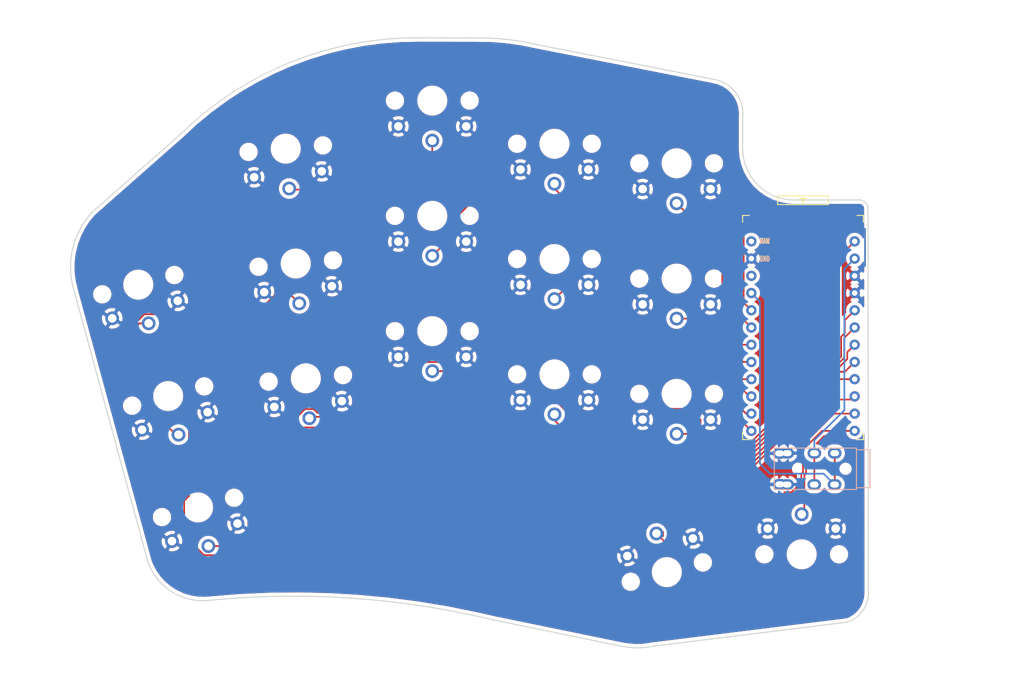
<source format=kicad_pcb>
(kicad_pcb (version 20171130) (host pcbnew "(5.1.10-1-10_14)")
  (title_block (title hypergolic) (date 2020-12-26) (rev 0.1) (company broomlabs))
  (layers (0 F.Cu signal) (31 B.Cu signal) (34 B.Paste user) (35 F.Paste user) (36 B.SilkS user) (37 F.SilkS user) (38 B.Mask user) (39 F.Mask user) (44 Edge.Cuts user))
  (net 0 "")
  (net 1 reset)
  (net 2 gnd)
  (net 3 vcc)
  (net 4 Switch18)
  (net 5 Switch1)
  (net 6 Switch2)
  (net 7 Switch3)
  (net 8 Switch4)
  (net 9 Switch5)
  (net 10 Switch6)
  (net 11 Switch7)
  (net 12 Switch8)
  (net 13 Switch9)
  (net 14 Switch10)
  (net 15 Switch11)
  (net 16 Switch12)
  (net 17 Switch13)
  (net 18 Switch14)
  (net 19 Switch15)
  (net 20 Switch16)
  (net 21 Switch17)
  (net 22 raw)
  (module kbd:ProMicro_v3_min_dual (layer F.Cu) (at 202.438 85.598)
    (fp_text reference U1 hide)
    (fp_text value ProMicro-kbd hide)
    (fp_text user "" (at -1.2065 -16.256) (layer B.SilkS) (effects (justify mirror)))
    (fp_text user "" (at -0.5 -17.25) (layer F.SilkS))
    (fp_text user RAW (at -5.638 -14.52 unlocked) (layer B.SilkS) (effects (font (size 0.75 0.5) (thickness 0.125)) (justify mirror)))
    (fp_text user RAW (at -5.638 -14.52) (layer F.SilkS) (effects (font (size 0.75 0.5) (thickness 0.125))))
    (fp_text user GND (at -5.638 -11.91) (layer F.SilkS) (effects (font (size 0.75 0.5) (thickness 0.125))))
    (fp_text user GND (at -5.638 -11.88) (layer B.SilkS) (effects (font (size 0.75 0.5) (thickness 0.125)) (justify mirror)))
    (pad 24 thru_hole circle (at -7.6086 -14.478) (size 1.524 1.524) (drill 0.8128) (layers *.Cu *.Mask) (net 22 raw))
    (pad 23 thru_hole circle (at -7.6086 -11.938) (size 1.524 1.524) (drill 0.8128) (layers *.Cu *.Mask) (net 2 gnd))
    (pad 22 thru_hole circle (at -7.6086 -9.398) (size 1.524 1.524) (drill 0.8128) (layers *.Cu *.Mask) (net 1 reset))
    (pad 21 thru_hole circle (at -7.6086 -6.858) (size 1.524 1.524) (drill 0.8128) (layers *.Cu *.Mask) (net 3 vcc))
    (pad 20 thru_hole circle (at -7.6086 -4.318) (size 1.524 1.524) (drill 0.8128) (layers *.Cu *.Mask) (net 9 Switch5))
    (pad 19 thru_hole circle (at -7.6086 -1.778) (size 1.524 1.524) (drill 0.8128) (layers *.Cu *.Mask) (net 8 Switch4))
    (pad 18 thru_hole circle (at -7.6086 0.762) (size 1.524 1.524) (drill 0.8128) (layers *.Cu *.Mask) (net 7 Switch3))
    (pad 17 thru_hole circle (at -7.6086 3.302) (size 1.524 1.524) (drill 0.8128) (layers *.Cu *.Mask) (net 6 Switch2))
    (pad 16 thru_hole circle (at -7.6086 5.842) (size 1.524 1.524) (drill 0.8128) (layers *.Cu *.Mask) (net 10 Switch6))
    (pad 15 thru_hole circle (at -7.6086 8.382) (size 1.524 1.524) (drill 0.8128) (layers *.Cu *.Mask) (net 11 Switch7))
    (pad 14 thru_hole circle (at -7.6086 10.922) (size 1.524 1.524) (drill 0.8128) (layers *.Cu *.Mask) (net 12 Switch8))
    (pad 13 thru_hole circle (at -7.6086 13.462) (size 1.524 1.524) (drill 0.8128) (layers *.Cu *.Mask) (net 13 Switch9))
    (pad 12 thru_hole circle (at 7.6114 13.462) (size 1.524 1.524) (drill 0.8128) (layers *.Cu *.Mask) (net 21 Switch17))
    (pad 11 thru_hole circle (at 7.6114 10.922) (size 1.524 1.524) (drill 0.8128) (layers *.Cu *.Mask) (net 20 Switch16))
    (pad 10 thru_hole circle (at 7.6114 8.382) (size 1.524 1.524) (drill 0.8128) (layers *.Cu *.Mask) (net 5 Switch1))
    (pad 9 thru_hole circle (at 7.6114 5.842) (size 1.524 1.524) (drill 0.8128) (layers *.Cu *.Mask) (net 19 Switch15))
    (pad 8 thru_hole circle (at 7.6114 3.302) (size 1.524 1.524) (drill 0.8128) (layers *.Cu *.Mask) (net 18 Switch14))
    (pad 7 thru_hole circle (at 7.6114 0.762) (size 1.524 1.524) (drill 0.8128) (layers *.Cu *.Mask) (net 17 Switch13))
    (pad 6 thru_hole circle (at 7.6114 -1.778) (size 1.524 1.524) (drill 0.8128) (layers *.Cu *.Mask) (net 16 Switch12))
    (pad 5 thru_hole circle (at 7.6114 -4.318) (size 1.524 1.524) (drill 0.8128) (layers *.Cu *.Mask) (net 15 Switch11))
    (pad 4 thru_hole circle (at 7.6114 -6.858) (size 1.524 1.524) (drill 0.8128) (layers *.Cu *.Mask) (net 2 gnd))
    (pad 3 thru_hole circle (at 7.6114 -9.398) (size 1.524 1.524) (drill 0.8128) (layers *.Cu *.Mask) (net 2 gnd))
    (pad 2 thru_hole circle (at 7.6114 -11.938) (size 1.524 1.524) (drill 0.8128) (layers *.Cu *.Mask) (net 4 Switch18))
    (pad 1 thru_hole circle (at 7.6114 -14.478) (size 1.524 1.524) (drill 0.8128) (layers *.Cu *.Mask) (net 14 Switch10))
  )
  (module Kailh:TRRS-PJ-DPB2 (layer B.Cu) (at 210.312 104.648 90)
    (fp_text reference Jack0 hide)
    (fp_text value TRRS hide)
    (pad R1 thru_hole oval (at -2.33 -6.22 270) (size 1.6 2) (drill oval 0.9 1.3) (layers *.Cu *.Mask) (net 4 Switch18))
    (pad R2 thru_hole oval (at -2.33 -3.22 270) (size 1.6 2) (drill oval 0.9 1.3) (layers *.Cu *.Mask) (net 3 vcc))
    (pad T thru_hole oval (at -2.33 -10.22 270) (size 1.6 2) (drill oval 0.9 1.3) (layers *.Cu *.Mask) (net 2 gnd))
    (pad S thru_hole oval (at 2.27 -11.32 270) (size 1.6 2) (drill oval 0.9 1.3) (layers *.Cu *.Mask) (net 2 gnd))
    (pad S thru_hole oval (at -2.3 -11.3 90) (size 1.6 2) (drill oval 0.9 1.3) (layers *.Cu *.Mask) (net 2 gnd))
    (pad T thru_hole oval (at 2.3 -10.2 90) (size 1.6 2) (drill oval 0.9 1.3) (layers *.Cu *.Mask) (net 2 gnd))
    (pad R2 thru_hole oval (at 2.3 -3.2 90) (size 1.6 2) (drill oval 0.9 1.3) (layers *.Cu *.Mask) (net 3 vcc))
    (pad "" np_thru_hole circle (at 0 -8.6 90) (size 0.8 0.8) (drill 0.8) (layers *.Cu *.Mask))
    (pad "" np_thru_hole circle (at 0 -1.6 90) (size 0.8 0.8) (drill 0.8) (layers *.Cu *.Mask))
    (pad R1 thru_hole oval (at 2.3 -6.2 90) (size 1.6 2) (drill oval 0.9 1.3) (layers *.Cu *.Mask) (net 4 Switch18))
  )
  (module Kailh:SW_PG1350_rev_DPB2 (layer F.Cu) (at 113.303734 110.348688 15)
    (fp_text reference SW8 hide)
    (fp_text value SW_Push hide)
    (pad "" np_thru_hole circle (at -5.5 0 15) (size 1.7018 1.7018) (drill 1.7018) (layers *.Cu *.Mask))
    (pad "" np_thru_hole circle (at 5.5 0 15) (size 1.7018 1.7018) (drill 1.7018) (layers *.Cu *.Mask))
    (pad 1 thru_hole circle (at 0 5.9 15) (size 2.032 2.032) (drill 1.27) (layers *.Cu *.Mask) (net 15 Switch11))
    (pad 2 thru_hole circle (at -5 3.8 15) (size 2.032 2.032) (drill 1.27) (layers *.Cu *.Mask) (net 2 gnd))
    (pad "" np_thru_hole circle (at 0 0 15) (size 3.429 3.429) (drill 3.429) (layers *.Cu *.Mask))
    (pad 2 thru_hole circle (at 5 3.8 15) (size 2.032 2.032) (drill 1.27) (layers *.Cu *.Mask) (net 2 gnd))
  )
  (module Kailh:SW_PG1350_rev_DPB2 (layer F.Cu) (at 202.245524 117.262705 180)
    (fp_text reference SW21 hide)
    (fp_text value SW_Push hide)
    (pad 2 thru_hole circle (at 5 3.8 180) (size 2.032 2.032) (drill 1.27) (layers *.Cu *.Mask) (net 2 gnd))
    (pad "" np_thru_hole circle (at 0 0 180) (size 3.429 3.429) (drill 3.429) (layers *.Cu *.Mask))
    (pad 2 thru_hole circle (at -5 3.8 180) (size 2.032 2.032) (drill 1.27) (layers *.Cu *.Mask) (net 2 gnd))
    (pad 1 thru_hole circle (at 0 5.9 180) (size 2.032 2.032) (drill 1.27) (layers *.Cu *.Mask) (net 21 Switch17))
    (pad "" np_thru_hole circle (at 5.5 0 180) (size 1.7018 1.7018) (drill 1.7018) (layers *.Cu *.Mask))
    (pad "" np_thru_hole circle (at -5.5 0 180) (size 1.7018 1.7018) (drill 1.7018) (layers *.Cu *.Mask))
  )
  (module Kailh:SW_PG1350_rev_DPB2 (layer F.Cu) (at 104.503165 77.504519 15)
    (fp_text reference SW14 hide)
    (fp_text value SW_Push hide)
    (pad 2 thru_hole circle (at 5 3.8 15) (size 2.032 2.032) (drill 1.27) (layers *.Cu *.Mask) (net 2 gnd))
    (pad "" np_thru_hole circle (at 0 0 15) (size 3.429 3.429) (drill 3.429) (layers *.Cu *.Mask))
    (pad 2 thru_hole circle (at -5 3.8 15) (size 2.032 2.032) (drill 1.27) (layers *.Cu *.Mask) (net 2 gnd))
    (pad 1 thru_hole circle (at 0 5.9 15) (size 2.032 2.032) (drill 1.27) (layers *.Cu *.Mask) (net 5 Switch1))
    (pad "" np_thru_hole circle (at 5.5 0 15) (size 1.7018 1.7018) (drill 1.7018) (layers *.Cu *.Mask))
    (pad "" np_thru_hole circle (at -5.5 0 15) (size 1.7018 1.7018) (drill 1.7018) (layers *.Cu *.Mask))
  )
  (module Kailh:SW_PG1350_rev_DPB2 (layer F.Cu) (at 108.90337 93.926306 15)
    (fp_text reference SW8 hide)
    (fp_text value SW_Push hide)
    (pad 2 thru_hole circle (at 5 3.8 15) (size 2.032 2.032) (drill 1.27) (layers *.Cu *.Mask) (net 2 gnd))
    (pad "" np_thru_hole circle (at 0 0 15) (size 3.429 3.429) (drill 3.429) (layers *.Cu *.Mask))
    (pad 2 thru_hole circle (at -5 3.8 15) (size 2.032 2.032) (drill 1.27) (layers *.Cu *.Mask) (net 2 gnd))
    (pad 1 thru_hole circle (at 0 5.9 15) (size 2.032 2.032) (drill 1.27) (layers *.Cu *.Mask) (net 10 Switch6))
    (pad "" np_thru_hole circle (at 5.5 0 15) (size 1.7018 1.7018) (drill 1.7018) (layers *.Cu *.Mask))
    (pad "" np_thru_hole circle (at -5.5 0 15) (size 1.7018 1.7018) (drill 1.7018) (layers *.Cu *.Mask))
  )
  (module Kailh:SW_PG1350_rev_DPB2 (layer F.Cu) (at 165.818 90.731)
    (fp_text reference SW17 hide)
    (fp_text value SW_Push hide)
    (pad 2 thru_hole circle (at 5 3.8) (size 2.032 2.032) (drill 1.27) (layers *.Cu *.Mask) (net 2 gnd))
    (pad "" np_thru_hole circle (at 0 0) (size 3.429 3.429) (drill 3.429) (layers *.Cu *.Mask))
    (pad 2 thru_hole circle (at -5 3.8) (size 2.032 2.032) (drill 1.27) (layers *.Cu *.Mask) (net 2 gnd))
    (pad 1 thru_hole circle (at 0 5.9) (size 2.032 2.032) (drill 1.27) (layers *.Cu *.Mask) (net 18 Switch14))
    (pad "" np_thru_hole circle (at 5.5 0) (size 1.7018 1.7018) (drill 1.7018) (layers *.Cu *.Mask))
    (pad "" np_thru_hole circle (at -5.5 0) (size 1.7018 1.7018) (drill 1.7018) (layers *.Cu *.Mask))
  )
  (module Kailh:SW_PG1350_rev_DPB2 (layer F.Cu) (at 183.818 76.606)
    (fp_text reference SW12 hide)
    (fp_text value SW_Push hide)
    (pad 2 thru_hole circle (at 5 3.8) (size 2.032 2.032) (drill 1.27) (layers *.Cu *.Mask) (net 2 gnd))
    (pad "" np_thru_hole circle (at 0 0) (size 3.429 3.429) (drill 3.429) (layers *.Cu *.Mask))
    (pad 2 thru_hole circle (at -5 3.8) (size 2.032 2.032) (drill 1.27) (layers *.Cu *.Mask) (net 2 gnd))
    (pad 1 thru_hole circle (at 0 5.9) (size 2.032 2.032) (drill 1.27) (layers *.Cu *.Mask) (net 14 Switch10))
    (pad "" np_thru_hole circle (at 5.5 0) (size 1.7018 1.7018) (drill 1.7018) (layers *.Cu *.Mask))
    (pad "" np_thru_hole circle (at -5.5 0) (size 1.7018 1.7018) (drill 1.7018) (layers *.Cu *.Mask))
  )
  (module Kailh:SW_PG1350_rev_DPB2 (layer F.Cu) (at 183.818 93.606)
    (fp_text reference SW18 hide)
    (fp_text value SW_Push hide)
    (pad 2 thru_hole circle (at 5 3.8) (size 2.032 2.032) (drill 1.27) (layers *.Cu *.Mask) (net 2 gnd))
    (pad "" np_thru_hole circle (at 0 0) (size 3.429 3.429) (drill 3.429) (layers *.Cu *.Mask))
    (pad 2 thru_hole circle (at -5 3.8) (size 2.032 2.032) (drill 1.27) (layers *.Cu *.Mask) (net 2 gnd))
    (pad 1 thru_hole circle (at 0 5.9) (size 2.032 2.032) (drill 1.27) (layers *.Cu *.Mask) (net 19 Switch15))
    (pad "" np_thru_hole circle (at 5.5 0) (size 1.7018 1.7018) (drill 1.7018) (layers *.Cu *.Mask))
    (pad "" np_thru_hole circle (at -5.5 0) (size 1.7018 1.7018) (drill 1.7018) (layers *.Cu *.Mask))
  )
  (module Kailh:SW_PG1350_rev_DPB2 (layer F.Cu) (at 126.222674 57.450261 5)
    (fp_text reference SW3 hide)
    (fp_text value SW_Push hide)
    (pad 2 thru_hole circle (at 5 3.8 5) (size 2.032 2.032) (drill 1.27) (layers *.Cu *.Mask) (net 2 gnd))
    (pad "" np_thru_hole circle (at 0 0 5) (size 3.429 3.429) (drill 3.429) (layers *.Cu *.Mask))
    (pad 2 thru_hole circle (at -5 3.8 5) (size 2.032 2.032) (drill 1.27) (layers *.Cu *.Mask) (net 2 gnd))
    (pad 1 thru_hole circle (at 0 5.9 5) (size 2.032 2.032) (drill 1.27) (layers *.Cu *.Mask) (net 6 Switch2))
    (pad "" np_thru_hole circle (at 5.5 0 5) (size 1.7018 1.7018) (drill 1.7018) (layers *.Cu *.Mask))
    (pad "" np_thru_hole circle (at -5.5 0 5) (size 1.7018 1.7018) (drill 1.7018) (layers *.Cu *.Mask))
  )
  (module Kailh:SW_PG1350_rev_DPB2 (layer F.Cu) (at 182.372 119.888 195)
    (fp_text reference SW20 hide)
    (fp_text value SW_Push hide)
    (pad 2 thru_hole circle (at 5 3.8 195) (size 2.032 2.032) (drill 1.27) (layers *.Cu *.Mask) (net 2 gnd))
    (pad "" np_thru_hole circle (at 0 0 195) (size 3.429 3.429) (drill 3.429) (layers *.Cu *.Mask))
    (pad 2 thru_hole circle (at -5 3.8 195) (size 2.032 2.032) (drill 1.27) (layers *.Cu *.Mask) (net 2 gnd))
    (pad 1 thru_hole circle (at 0 5.9 195) (size 2.032 2.032) (drill 1.27) (layers *.Cu *.Mask) (net 20 Switch16))
    (pad "" np_thru_hole circle (at 5.5 0 195) (size 1.7018 1.7018) (drill 1.7018) (layers *.Cu *.Mask))
    (pad "" np_thru_hole circle (at -5.5 0 195) (size 1.7018 1.7018) (drill 1.7018) (layers *.Cu *.Mask))
  )
  (module Kailh:SW_PG1350_rev_DPB2 (layer F.Cu) (at 147.818 84.356)
    (fp_text reference SW16 hide)
    (fp_text value SW_Push hide)
    (pad 2 thru_hole circle (at 5 3.8) (size 2.032 2.032) (drill 1.27) (layers *.Cu *.Mask) (net 2 gnd))
    (pad "" np_thru_hole circle (at 0 0) (size 3.429 3.429) (drill 3.429) (layers *.Cu *.Mask))
    (pad 2 thru_hole circle (at -5 3.8) (size 2.032 2.032) (drill 1.27) (layers *.Cu *.Mask) (net 2 gnd))
    (pad 1 thru_hole circle (at 0 5.9) (size 2.032 2.032) (drill 1.27) (layers *.Cu *.Mask) (net 17 Switch13))
    (pad "" np_thru_hole circle (at 5.5 0) (size 1.7018 1.7018) (drill 1.7018) (layers *.Cu *.Mask))
    (pad "" np_thru_hole circle (at -5.5 0) (size 1.7018 1.7018) (drill 1.7018) (layers *.Cu *.Mask))
  )
  (module Kailh:SW_PG1350_rev_DPB2 (layer F.Cu) (at 129.18561 91.317467 5)
    (fp_text reference SW15 hide)
    (fp_text value SW_Push hide)
    (pad 2 thru_hole circle (at 5 3.8 5) (size 2.032 2.032) (drill 1.27) (layers *.Cu *.Mask) (net 2 gnd))
    (pad "" np_thru_hole circle (at 0 0 5) (size 3.429 3.429) (drill 3.429) (layers *.Cu *.Mask))
    (pad 2 thru_hole circle (at -5 3.8 5) (size 2.032 2.032) (drill 1.27) (layers *.Cu *.Mask) (net 2 gnd))
    (pad 1 thru_hole circle (at 0 5.9 5) (size 2.032 2.032) (drill 1.27) (layers *.Cu *.Mask) (net 16 Switch12))
    (pad "" np_thru_hole circle (at 5.5 0 5) (size 1.7018 1.7018) (drill 1.7018) (layers *.Cu *.Mask))
    (pad "" np_thru_hole circle (at -5.5 0 5) (size 1.7018 1.7018) (drill 1.7018) (layers *.Cu *.Mask))
  )
  (module Kailh:SW_PG1350_rev_DPB2 (layer F.Cu) (at 165.818 73.726)
    (fp_text reference SW11 hide)
    (fp_text value SW_Push hide)
    (pad 2 thru_hole circle (at 5 3.8) (size 2.032 2.032) (drill 1.27) (layers *.Cu *.Mask) (net 2 gnd))
    (pad "" np_thru_hole circle (at 0 0) (size 3.429 3.429) (drill 3.429) (layers *.Cu *.Mask))
    (pad 2 thru_hole circle (at -5 3.8) (size 2.032 2.032) (drill 1.27) (layers *.Cu *.Mask) (net 2 gnd))
    (pad 1 thru_hole circle (at 0 5.9) (size 2.032 2.032) (drill 1.27) (layers *.Cu *.Mask) (net 13 Switch9))
    (pad "" np_thru_hole circle (at 5.5 0) (size 1.7018 1.7018) (drill 1.7018) (layers *.Cu *.Mask))
    (pad "" np_thru_hole circle (at -5.5 0) (size 1.7018 1.7018) (drill 1.7018) (layers *.Cu *.Mask))
  )
  (module Kailh:SW_PG1350_rev_DPB2 (layer F.Cu) (at 147.818 67.356)
    (fp_text reference SW10 hide)
    (fp_text value SW_Push hide)
    (pad 2 thru_hole circle (at 5 3.8) (size 2.032 2.032) (drill 1.27) (layers *.Cu *.Mask) (net 2 gnd))
    (pad "" np_thru_hole circle (at 0 0) (size 3.429 3.429) (drill 3.429) (layers *.Cu *.Mask))
    (pad 2 thru_hole circle (at -5 3.8) (size 2.032 2.032) (drill 1.27) (layers *.Cu *.Mask) (net 2 gnd))
    (pad 1 thru_hole circle (at 0 5.9) (size 2.032 2.032) (drill 1.27) (layers *.Cu *.Mask) (net 12 Switch8))
    (pad "" np_thru_hole circle (at 5.5 0) (size 1.7018 1.7018) (drill 1.7018) (layers *.Cu *.Mask))
    (pad "" np_thru_hole circle (at -5.5 0) (size 1.7018 1.7018) (drill 1.7018) (layers *.Cu *.Mask))
  )
  (module Kailh:SW_PG1350_rev_DPB2 (layer F.Cu) (at 127.704262 74.385584 5)
    (fp_text reference SW9 hide)
    (fp_text value SW_Push hide)
    (pad 2 thru_hole circle (at 5 3.8 5) (size 2.032 2.032) (drill 1.27) (layers *.Cu *.Mask) (net 2 gnd))
    (pad "" np_thru_hole circle (at 0 0 5) (size 3.429 3.429) (drill 3.429) (layers *.Cu *.Mask))
    (pad 2 thru_hole circle (at -5 3.8 5) (size 2.032 2.032) (drill 1.27) (layers *.Cu *.Mask) (net 2 gnd))
    (pad 1 thru_hole circle (at 0 5.9 5) (size 2.032 2.032) (drill 1.27) (layers *.Cu *.Mask) (net 11 Switch7))
    (pad "" np_thru_hole circle (at 5.5 0 5) (size 1.7018 1.7018) (drill 1.7018) (layers *.Cu *.Mask))
    (pad "" np_thru_hole circle (at -5.5 0 5) (size 1.7018 1.7018) (drill 1.7018) (layers *.Cu *.Mask))
  )
  (module Kailh:SW_PG1350_rev_DPB2 (layer F.Cu) (at 165.818 56.726)
    (fp_text reference SW5 hide)
    (fp_text value SW_Push hide)
    (pad 2 thru_hole circle (at 5 3.8) (size 2.032 2.032) (drill 1.27) (layers *.Cu *.Mask) (net 2 gnd))
    (pad "" np_thru_hole circle (at 0 0) (size 3.429 3.429) (drill 3.429) (layers *.Cu *.Mask))
    (pad 2 thru_hole circle (at -5 3.8) (size 2.032 2.032) (drill 1.27) (layers *.Cu *.Mask) (net 2 gnd))
    (pad 1 thru_hole circle (at 0 5.9) (size 2.032 2.032) (drill 1.27) (layers *.Cu *.Mask) (net 8 Switch4))
    (pad "" np_thru_hole circle (at 5.5 0) (size 1.7018 1.7018) (drill 1.7018) (layers *.Cu *.Mask))
    (pad "" np_thru_hole circle (at -5.5 0) (size 1.7018 1.7018) (drill 1.7018) (layers *.Cu *.Mask))
  )
  (module Kailh:SW_PG1350_rev_DPB2 (layer F.Cu) (at 147.818 50.366)
    (fp_text reference SW4 hide)
    (fp_text value SW_Push hide)
    (pad 2 thru_hole circle (at 5 3.8) (size 2.032 2.032) (drill 1.27) (layers *.Cu *.Mask) (net 2 gnd))
    (pad "" np_thru_hole circle (at 0 0) (size 3.429 3.429) (drill 3.429) (layers *.Cu *.Mask))
    (pad 2 thru_hole circle (at -5 3.8) (size 2.032 2.032) (drill 1.27) (layers *.Cu *.Mask) (net 2 gnd))
    (pad 1 thru_hole circle (at 0 5.9) (size 2.032 2.032) (drill 1.27) (layers *.Cu *.Mask) (net 7 Switch3))
    (pad "" np_thru_hole circle (at 5.5 0) (size 1.7018 1.7018) (drill 1.7018) (layers *.Cu *.Mask))
    (pad "" np_thru_hole circle (at -5.5 0) (size 1.7018 1.7018) (drill 1.7018) (layers *.Cu *.Mask))
  )
  (module Kailh:SW_PG1350_rev_DPB2 (layer F.Cu) (at 183.818 59.606)
    (fp_text reference SW6 hide)
    (fp_text value SW_Push hide)
    (pad 2 thru_hole circle (at 5 3.8) (size 2.032 2.032) (drill 1.27) (layers *.Cu *.Mask) (net 2 gnd))
    (pad "" np_thru_hole circle (at 0 0) (size 3.429 3.429) (drill 3.429) (layers *.Cu *.Mask))
    (pad 2 thru_hole circle (at -5 3.8) (size 2.032 2.032) (drill 1.27) (layers *.Cu *.Mask) (net 2 gnd))
    (pad 1 thru_hole circle (at 0 5.9) (size 2.032 2.032) (drill 1.27) (layers *.Cu *.Mask) (net 9 Switch5))
    (pad "" np_thru_hole circle (at 5.5 0) (size 1.7018 1.7018) (drill 1.7018) (layers *.Cu *.Mask))
    (pad "" np_thru_hole circle (at -5.5 0) (size 1.7018 1.7018) (drill 1.7018) (layers *.Cu *.Mask))
  )
  (gr_line (start 115.044532 124.044274) (end 114.539391 124.095039) (layer Edge.Cuts) (width 0.15))
  (gr_line (start 175.830275 130.844294) (end 156.736518 126.922959) (layer Edge.Cuts) (width 0.15))
  (gr_arc (start 145.544933 90.860144) (end 110.746933 55.300144) (angle 45.25427734) (layer Edge.Cuts) (width 0.15))
  (gr_line (start 176.259632 130.905873) (end 175.830275 130.844294) (layer Edge.Cuts) (width 0.15))
  (gr_arc (start 127.349555 249.182449) (end 115.044532 124.044274) (angle 19.13145794) (layer Edge.Cuts) (width 0.15))
  (gr_arc (start 210.74968 66.284) (end 212.01968 66.294) (angle -94.05555909) (layer Edge.Cuts) (width 0.15))
  (gr_line (start 210.669836 65.016473) (end 201.421859 65.019771) (angle 90) (layer Edge.Cuts) (width 0.15))
  (gr_arc (start 178.054 120.396) (end 180.34 130.81) (angle 22.06954052) (layer Edge.Cuts) (width 0.15))
  (gr_line (start 180.34 130.81) (end 209.042 127.254) (layer Edge.Cuts) (width 0.15))
  (gr_arc (start 207.505646 122.951905) (end 209.042 127.254) (angle -70.54625375) (layer Edge.Cuts) (width 0.15))
  (gr_arc (start 154.709921 77.51079) (end 162.851607 42.037399) (angle -14.16454563) (layer Edge.Cuts) (width 0.15))
  (gr_line (start 153.923472 41.123567) (end 146.304534 41.112406) (angle 90) (layer Edge.Cuts) (width 0.15))
  (gr_arc (start 201.168 57.40261) (end 193.548 57.548151) (angle -90.81459567) (layer Edge.Cuts) (width 0.15))
  (gr_arc (start 188.450493 52.28591) (end 193.548 52.832) (angle -87.32605082) (layer Edge.Cuts) (width 0.15))
  (gr_arc (start 114.053903 115.475133) (end 105.918 118.364) (angle -73.67484284) (layer Edge.Cuts) (width 0.15))
  (gr_line (start 110.746933 55.300144) (end 97.68305 66.833023) (angle 90) (layer Edge.Cuts) (width 0.15))
  (gr_arc (start 106.438036 74.913006) (end 97.68305 66.833023) (angle -58.87980947) (layer Edge.Cuts) (width 0.15))
  (gr_line (start 193.548 57.548151) (end 193.548 52.832) (angle 90) (layer Edge.Cuts) (width 0.15))
  (gr_line (start 94.996 78.232) (end 105.918 118.364) (angle 90) (layer Edge.Cuts) (width 0.15))
  (gr_line (start 212.073813 122.936055) (end 212.01968 66.294) (angle 90) (layer Edge.Cuts) (width 0.15))
  (gr_line (start 189.233799 47.21943) (end 162.851607 42.037399) (angle 90) (layer Edge.Cuts) (width 0.15))
  (segment (start 210.0466 76.2) (end 210.54277 76.2) (width 0.25) (layer F.Cu) (net 2))
  (segment (start 211.582 74.6674) (end 210.0494 76.2) (width 0.25) (layer B.Cu) (net 2))
  (segment (start 211.582 69.342) (end 211.582 74.6674) (width 0.25) (layer B.Cu) (net 2))
  (segment (start 210.82 68.58) (end 211.582 69.342) (width 0.25) (layer B.Cu) (net 2))
  (segment (start 207.772 68.58) (end 210.82 68.58) (width 0.25) (layer B.Cu) (net 2))
  (segment (start 207.112 106.958) (end 207.092 106.978) (width 0.25) (layer F.Cu) (net 3))
  (segment (start 207.112 102.348) (end 207.112 106.958) (width 0.25) (layer F.Cu) (net 3))
  (segment (start 205.487001 105.373001) (end 207.092 106.978) (width 0.25) (layer B.Cu) (net 3))
  (segment (start 197.575001 105.373001) (end 205.487001 105.373001) (width 0.25) (layer B.Cu) (net 3))
  (segment (start 196.088 103.886) (end 197.575001 105.373001) (width 0.25) (layer B.Cu) (net 3))
  (segment (start 196.088 79.9986) (end 196.088 103.886) (width 0.25) (layer B.Cu) (net 3))
  (segment (start 194.8294 78.74) (end 196.088 79.9986) (width 0.25) (layer B.Cu) (net 3))
  (segment (start 203.88729 102.12329) (end 204.112 102.348) (width 0.25) (layer F.Cu) (net 4))
  (segment (start 204.112 106.958) (end 204.092 106.978) (width 0.25) (layer F.Cu) (net 4))
  (segment (start 204.112 102.348) (end 204.112 106.958) (width 0.25) (layer F.Cu) (net 4))
  (segment (start 204.112 102.348) (end 204.112 100.434) (width 0.25) (layer B.Cu) (net 4))
  (segment (start 204.112 100.434) (end 208.534 96.012) (width 0.25) (layer B.Cu) (net 4))
  (segment (start 208.534 75.1754) (end 210.0494 73.66) (width 0.25) (layer B.Cu) (net 4))
  (segment (start 208.534 96.012) (end 208.534 75.1754) (width 0.25) (layer B.Cu) (net 4))
  (segment (start 163.068 97.536) (end 163.322 97.536) (width 0.25) (layer F.Cu) (net 5))
  (segment (start 120.015 115.189) (end 118.745 116.459) (width 0.25) (layer F.Cu) (net 5))
  (segment (start 131.572 98.552) (end 124.075754 98.552) (width 0.25) (layer F.Cu) (net 5))
  (segment (start 163.068 97.536) (end 159.258 97.536) (width 0.25) (layer F.Cu) (net 5))
  (segment (start 159.258 97.536) (end 153.416 91.694) (width 0.25) (layer F.Cu) (net 5))
  (segment (start 153.416 91.694) (end 149.098 91.694) (width 0.25) (layer F.Cu) (net 5))
  (segment (start 132.686925 97.437075) (end 131.572 98.552) (width 0.25) (layer F.Cu) (net 5))
  (segment (start 148.336 92.456) (end 143.63841 92.456) (width 0.25) (layer F.Cu) (net 5))
  (segment (start 138.657335 97.437075) (end 132.686925 97.437075) (width 0.25) (layer F.Cu) (net 5))
  (segment (start 149.098 91.694) (end 148.336 92.456) (width 0.25) (layer F.Cu) (net 5))
  (segment (start 143.63841 92.456) (end 138.657335 97.437075) (width 0.25) (layer F.Cu) (net 5))
  (segment (start 111.96798 108.66598) (end 111.264233 109.369727) (width 0.25) (layer F.Cu) (net 5))
  (segment (start 117.815349 117.388651) (end 118.745 116.459) (width 0.25) (layer F.Cu) (net 5))
  (segment (start 111.264233 114.465799) (end 114.187085 117.388651) (width 0.25) (layer F.Cu) (net 5))
  (segment (start 111.96798 98.25198) (end 111.96798 108.66598) (width 0.25) (layer F.Cu) (net 5))
  (segment (start 111.35973 97.64373) (end 111.96798 98.25198) (width 0.25) (layer F.Cu) (net 5))
  (segment (start 114.187085 117.388651) (end 117.815349 117.388651) (width 0.25) (layer F.Cu) (net 5))
  (segment (start 108.69414 97.64373) (end 111.35973 97.64373) (width 0.25) (layer F.Cu) (net 5))
  (segment (start 103.06601 92.0156) (end 108.69414 97.64373) (width 0.25) (layer F.Cu) (net 5))
  (segment (start 111.264233 109.369727) (end 111.264233 114.465799) (width 0.25) (layer F.Cu) (net 5))
  (segment (start 103.06601 84.819396) (end 103.06601 92.0156) (width 0.25) (layer F.Cu) (net 5))
  (segment (start 104.681925 83.203481) (end 103.06601 84.819396) (width 0.25) (layer F.Cu) (net 5))
  (segment (start 106.030197 83.203481) (end 104.681925 83.203481) (width 0.25) (layer F.Cu) (net 5))
  (segment (start 124.075754 98.552) (end 121.219877 101.407877) (width 0.25) (layer F.Cu) (net 5))
  (segment (start 121.219877 101.407877) (end 121.219877 113.345877) (width 0.25) (layer F.Cu) (net 5))
  (segment (start 121.219877 113.345877) (end 121.158 113.407754) (width 0.25) (layer F.Cu) (net 5))
  (segment (start 121.158 114.046) (end 120.396 114.808) (width 0.25) (layer F.Cu) (net 5))
  (segment (start 121.158 113.407754) (end 121.158 114.046) (width 0.25) (layer F.Cu) (net 5))
  (segment (start 120.396 114.808) (end 118.745 116.459) (width 0.25) (layer F.Cu) (net 5))
  (segment (start 209.589893 94.439507) (end 210.0494 93.98) (width 0.25) (layer F.Cu) (net 5))
  (segment (start 205.004289 94.439507) (end 209.589893 94.439507) (width 0.25) (layer F.Cu) (net 5))
  (segment (start 194.936801 104.506995) (end 205.004289 94.439507) (width 0.25) (layer F.Cu) (net 5))
  (segment (start 192.136997 104.506995) (end 194.936801 104.506995) (width 0.25) (layer F.Cu) (net 5))
  (segment (start 189.484 101.854) (end 192.136997 104.506995) (width 0.25) (layer F.Cu) (net 5))
  (segment (start 186.69 101.346) (end 187.198 101.854) (width 0.25) (layer F.Cu) (net 5))
  (segment (start 187.198 101.854) (end 189.484 101.854) (width 0.25) (layer F.Cu) (net 5))
  (segment (start 164.338 97.536) (end 168.148 101.346) (width 0.25) (layer F.Cu) (net 5))
  (segment (start 168.148 101.346) (end 186.69 101.346) (width 0.25) (layer F.Cu) (net 5))
  (segment (start 163.068 97.536) (end 164.338 97.536) (width 0.25) (layer F.Cu) (net 5))
  (segment (start 174.68722 70.92399) (end 168.72924 64.96601) (width 0.25) (layer F.Cu) (net 6))
  (segment (start 192.347008 87.63) (end 192.347008 70.571818) (width 0.25) (layer F.Cu) (net 6))
  (segment (start 126.428409 63.483828) (end 126.112993 63.168412) (width 0.25) (layer F.Cu) (net 6))
  (segment (start 194.8294 88.9) (end 193.617008 88.9) (width 0.25) (layer F.Cu) (net 6))
  (segment (start 192.347008 70.571818) (end 189.990017 68.214827) (width 0.25) (layer F.Cu) (net 6))
  (segment (start 168.72924 64.96601) (end 160.3416 64.96601) (width 0.25) (layer F.Cu) (net 6))
  (segment (start 193.617008 88.9) (end 192.347008 87.63) (width 0.25) (layer F.Cu) (net 6))
  (segment (start 160.3416 64.96601) (end 154.917614 59.542024) (width 0.25) (layer F.Cu) (net 6))
  (segment (start 179.306764 68.214826) (end 176.5976 70.92399) (width 0.25) (layer F.Cu) (net 6))
  (segment (start 176.5976 70.92399) (end 174.68722 70.92399) (width 0.25) (layer F.Cu) (net 6))
  (segment (start 154.917614 59.542024) (end 135.751632 59.542024) (width 0.25) (layer F.Cu) (net 6))
  (segment (start 131.809828 63.483828) (end 126.428409 63.483828) (width 0.25) (layer F.Cu) (net 6))
  (segment (start 189.990017 68.214827) (end 179.306764 68.214826) (width 0.25) (layer F.Cu) (net 6))
  (segment (start 135.751632 59.542024) (end 131.809828 63.483828) (width 0.25) (layer F.Cu) (net 6))
  (segment (start 147.818 58.230028) (end 147.818 56.266) (width 0.25) (layer F.Cu) (net 7))
  (segment (start 194.8294 86.36) (end 193.051018 86.36) (width 0.25) (layer F.Cu) (net 7))
  (segment (start 160.528 64.516) (end 155.104014 59.092014) (width 0.25) (layer F.Cu) (net 7))
  (segment (start 193.051018 86.36) (end 192.797018 86.106) (width 0.25) (layer F.Cu) (net 7))
  (segment (start 192.797018 86.106) (end 192.797018 70.385418) (width 0.25) (layer F.Cu) (net 7))
  (segment (start 192.797018 70.385418) (end 190.176415 67.764815) (width 0.25) (layer F.Cu) (net 7))
  (segment (start 190.176415 67.764815) (end 180.286815 67.764815) (width 0.25) (layer F.Cu) (net 7))
  (segment (start 180.286815 67.764815) (end 179.120363 67.764817) (width 0.25) (layer F.Cu) (net 7))
  (segment (start 179.120363 67.764817) (end 176.4112 70.47398) (width 0.25) (layer F.Cu) (net 7))
  (segment (start 174.87362 70.47398) (end 168.91564 64.516) (width 0.25) (layer F.Cu) (net 7))
  (segment (start 176.4112 70.47398) (end 174.87362 70.47398) (width 0.25) (layer F.Cu) (net 7))
  (segment (start 148.679986 59.092014) (end 147.818 58.230028) (width 0.25) (layer F.Cu) (net 7))
  (segment (start 168.91564 64.516) (end 160.528 64.516) (width 0.25) (layer F.Cu) (net 7))
  (segment (start 155.104014 59.092014) (end 148.679986 59.092014) (width 0.25) (layer F.Cu) (net 7))
  (segment (start 165.818 63.31798) (end 166.56601 64.06599) (width 0.25) (layer F.Cu) (net 8))
  (segment (start 176.2248 70.02397) (end 178.933962 67.314808) (width 0.25) (layer F.Cu) (net 8))
  (segment (start 169.22199 64.06599) (end 175.17997 70.02397) (width 0.25) (layer F.Cu) (net 8))
  (segment (start 165.818 62.626) (end 165.818 63.31798) (width 0.25) (layer F.Cu) (net 8))
  (segment (start 166.56601 64.06599) (end 169.22199 64.06599) (width 0.25) (layer F.Cu) (net 8))
  (segment (start 175.17997 70.02397) (end 176.2248 70.02397) (width 0.25) (layer F.Cu) (net 8))
  (segment (start 178.933962 67.314808) (end 180.344805 67.314805) (width 0.25) (layer F.Cu) (net 8))
  (segment (start 180.344805 67.314805) (end 180.843195 67.314805) (width 0.25) (layer F.Cu) (net 8))
  (segment (start 180.843195 67.314805) (end 189.996805 67.314805) (width 0.25) (layer F.Cu) (net 8))
  (segment (start 189.996805 67.314805) (end 190.241195 67.314805) (width 0.25) (layer F.Cu) (net 8))
  (segment (start 190.241195 67.314805) (end 190.495195 67.314805) (width 0.25) (layer F.Cu) (net 8))
  (segment (start 193.247028 82.237628) (end 193.247028 70.199018) (width 0.25) (layer F.Cu) (net 8))
  (segment (start 190.362816 67.314806) (end 190.241195 67.314805) (width 0.25) (layer F.Cu) (net 8))
  (segment (start 193.247028 70.199018) (end 190.362816 67.314806) (width 0.25) (layer F.Cu) (net 8))
  (segment (start 194.8294 83.82) (end 193.247028 82.237628) (width 0.25) (layer F.Cu) (net 8))
  (segment (start 183.818 65.506) (end 185.176795 66.864795) (width 0.25) (layer F.Cu) (net 9))
  (segment (start 190.681595 66.864795) (end 193.697037 69.880237) (width 0.25) (layer F.Cu) (net 9))
  (segment (start 185.176795 66.864795) (end 190.681595 66.864795) (width 0.25) (layer F.Cu) (net 9))
  (segment (start 193.697037 69.880237) (end 193.697038 70.012618) (width 0.25) (layer F.Cu) (net 9))
  (segment (start 193.697038 80.147638) (end 194.8294 81.28) (width 0.25) (layer F.Cu) (net 9))
  (segment (start 193.697038 70.012618) (end 193.697038 80.147638) (width 0.25) (layer F.Cu) (net 9))
  (segment (start 174.498 71.37118) (end 174.24541 71.11859) (width 0.25) (layer F.Cu) (net 10))
  (segment (start 176.784 71.374) (end 179.324 68.834) (width 0.25) (layer F.Cu) (net 10))
  (segment (start 174.50082 71.374) (end 176.784 71.374) (width 0.25) (layer F.Cu) (net 10))
  (segment (start 174.24541 71.11859) (end 174.50082 71.374) (width 0.25) (layer F.Cu) (net 10))
  (segment (start 179.324 68.834) (end 179.493165 68.664835) (width 0.25) (layer F.Cu) (net 10))
  (segment (start 102.616 92.202) (end 110.039268 99.625268) (width 0.25) (layer F.Cu) (net 10))
  (segment (start 102.616 84.632996) (end 102.616 92.202) (width 0.25) (layer F.Cu) (net 10))
  (segment (start 174.24541 71.11859) (end 168.65882 65.532) (width 0.25) (layer F.Cu) (net 10))
  (segment (start 168.65882 65.532) (end 165.608 65.532) (width 0.25) (layer F.Cu) (net 10))
  (segment (start 160.155199 65.416019) (end 154.731214 59.992034) (width 0.25) (layer F.Cu) (net 10))
  (segment (start 110.039268 99.625268) (end 110.430402 99.625268) (width 0.25) (layer F.Cu) (net 10))
  (segment (start 154.731214 59.992034) (end 135.938032 59.992034) (width 0.25) (layer F.Cu) (net 10))
  (segment (start 165.608 65.532) (end 165.49202 65.41602) (width 0.25) (layer F.Cu) (net 10))
  (segment (start 165.49202 65.41602) (end 160.155199 65.416019) (width 0.25) (layer F.Cu) (net 10))
  (segment (start 135.938032 59.992034) (end 129.597991 66.332075) (width 0.25) (layer F.Cu) (net 10))
  (segment (start 129.597991 66.332075) (end 127.839905 66.332075) (width 0.25) (layer F.Cu) (net 10))
  (segment (start 124.64499 79.001075) (end 121.783585 81.86248) (width 0.25) (layer F.Cu) (net 10))
  (segment (start 121.783585 81.86248) (end 105.386516 81.86248) (width 0.25) (layer F.Cu) (net 10))
  (segment (start 127.839905 66.332075) (end 124.64499 69.52699) (width 0.25) (layer F.Cu) (net 10))
  (segment (start 124.64499 69.52699) (end 124.64499 79.001075) (width 0.25) (layer F.Cu) (net 10))
  (segment (start 105.386516 81.86248) (end 102.616 84.632996) (width 0.25) (layer F.Cu) (net 10))
  (segment (start 189.568835 68.664835) (end 179.578 68.664835) (width 0.25) (layer F.Cu) (net 10))
  (segment (start 189.803616 68.664836) (end 189.568835 68.664835) (width 0.25) (layer F.Cu) (net 10))
  (segment (start 191.896998 70.758218) (end 189.803616 68.664836) (width 0.25) (layer F.Cu) (net 10))
  (segment (start 191.896998 90.677999) (end 191.896998 70.758218) (width 0.25) (layer F.Cu) (net 10))
  (segment (start 192.658998 91.44) (end 191.896998 90.677999) (width 0.25) (layer F.Cu) (net 10))
  (segment (start 194.8294 91.44) (end 192.658998 91.44) (width 0.25) (layer F.Cu) (net 10))
  (segment (start 131.064 65.502476) (end 131.064 65.532) (width 0.25) (layer F.Cu) (net 11))
  (segment (start 127.762 80.01) (end 127.762 79.711215) (width 0.25) (layer F.Cu) (net 11))
  (segment (start 130.048 66.518476) (end 131.064 65.502476) (width 0.25) (layer F.Cu) (net 11))
  (segment (start 130.048 66.802) (end 130.048 66.518476) (width 0.25) (layer F.Cu) (net 11))
  (segment (start 125.222 77.266652) (end 128.218481 80.263133) (width 0.25) (layer F.Cu) (net 11))
  (segment (start 125.222 69.58639) (end 125.222 77.266652) (width 0.25) (layer F.Cu) (net 11))
  (segment (start 128.00639 66.802) (end 125.222 69.58639) (width 0.25) (layer F.Cu) (net 11))
  (segment (start 130.048 66.802) (end 128.00639 66.802) (width 0.25) (layer F.Cu) (net 11))
  (segment (start 154.544814 60.442044) (end 136.124432 60.442044) (width 0.25) (layer F.Cu) (net 11))
  (segment (start 160.08478 65.98201) (end 154.544814 60.442044) (width 0.25) (layer F.Cu) (net 11))
  (segment (start 168.47242 65.98201) (end 160.08478 65.98201) (width 0.25) (layer F.Cu) (net 11))
  (segment (start 174.311599 71.821189) (end 168.47242 65.98201) (width 0.25) (layer F.Cu) (net 11))
  (segment (start 194.8294 93.98) (end 194.56258 93.98) (width 0.25) (layer F.Cu) (net 11))
  (segment (start 194.56258 93.98) (end 191.446989 90.864399) (width 0.25) (layer F.Cu) (net 11))
  (segment (start 179.805155 69.114845) (end 179.63599 69.28401) (width 0.25) (layer F.Cu) (net 11))
  (segment (start 174.44001 71.82401) (end 174.437189 71.821189) (width 0.25) (layer F.Cu) (net 11))
  (segment (start 191.446989 90.864399) (end 191.446989 70.954231) (width 0.25) (layer F.Cu) (net 11))
  (segment (start 136.124432 60.442044) (end 131.064 65.502476) (width 0.25) (layer F.Cu) (net 11))
  (segment (start 179.63599 69.28401) (end 179.5104 69.28401) (width 0.25) (layer F.Cu) (net 11))
  (segment (start 179.5104 69.28401) (end 176.9704 71.82401) (width 0.25) (layer F.Cu) (net 11))
  (segment (start 174.437189 71.821189) (end 174.311599 71.821189) (width 0.25) (layer F.Cu) (net 11))
  (segment (start 191.446989 70.954231) (end 191.315185 70.822425) (width 0.25) (layer F.Cu) (net 11))
  (segment (start 191.315185 70.822425) (end 191.315185 70.812815) (width 0.25) (layer F.Cu) (net 11))
  (segment (start 191.315185 70.812815) (end 189.617215 69.114845) (width 0.25) (layer F.Cu) (net 11))
  (segment (start 176.9704 71.82401) (end 174.44001 71.82401) (width 0.25) (layer F.Cu) (net 11))
  (segment (start 189.617215 69.114845) (end 179.805155 69.114845) (width 0.25) (layer F.Cu) (net 11))
  (segment (start 174.86798 72.27402) (end 174.752 72.27402) (width 0.25) (layer F.Cu) (net 12))
  (segment (start 168.28602 66.43202) (end 174.125198 72.271198) (width 0.25) (layer F.Cu) (net 12))
  (segment (start 159.89838 66.43202) (end 168.28602 66.43202) (width 0.25) (layer F.Cu) (net 12))
  (segment (start 156.71236 63.246) (end 159.89838 66.43202) (width 0.25) (layer F.Cu) (net 12))
  (segment (start 174.38202 72.27402) (end 174.86798 72.27402) (width 0.25) (layer F.Cu) (net 12))
  (segment (start 155.687666 63.246) (end 156.71236 63.246) (width 0.25) (layer F.Cu) (net 12))
  (segment (start 174.125198 72.271198) (end 174.379198 72.271198) (width 0.25) (layer F.Cu) (net 12))
  (segment (start 149.857501 69.076165) (end 155.687666 63.246) (width 0.25) (layer F.Cu) (net 12))
  (segment (start 149.857501 71.216499) (end 149.857501 69.076165) (width 0.25) (layer F.Cu) (net 12))
  (segment (start 174.379198 72.271198) (end 174.38202 72.27402) (width 0.25) (layer F.Cu) (net 12))
  (segment (start 147.818 73.256) (end 149.857501 71.216499) (width 0.25) (layer F.Cu) (net 12))
  (segment (start 179.6968 69.73402) (end 177.1568 72.27402) (width 0.25) (layer F.Cu) (net 12))
  (segment (start 189.59998 69.73402) (end 179.6968 69.73402) (width 0.25) (layer F.Cu) (net 12))
  (segment (start 189.59998 69.74363) (end 189.59998 69.73402) (width 0.25) (layer F.Cu) (net 12))
  (segment (start 190.99698 71.14063) (end 189.59998 69.74363) (width 0.25) (layer F.Cu) (net 12))
  (segment (start 193.286374 93.3402) (end 190.99698 91.050806) (width 0.25) (layer F.Cu) (net 12))
  (segment (start 177.1568 72.27402) (end 174.86798 72.27402) (width 0.25) (layer F.Cu) (net 12))
  (segment (start 190.99698 91.050806) (end 190.99698 71.14063) (width 0.25) (layer F.Cu) (net 12))
  (segment (start 193.286374 93.3402) (end 193.286374 95.750374) (width 0.25) (layer F.Cu) (net 12))
  (segment (start 194.056 96.52) (end 194.8294 96.52) (width 0.25) (layer F.Cu) (net 12))
  (segment (start 193.286374 95.750374) (end 194.056 96.52) (width 0.25) (layer F.Cu) (net 12))
  (segment (start 167.857501 77.586499) (end 165.818 79.626) (width 0.25) (layer F.Cu) (net 13))
  (segment (start 192.836364 97.066964) (end 192.836364 93.5266) (width 0.25) (layer F.Cu) (net 13))
  (segment (start 190.54697 91.237206) (end 190.54697 71.32703) (width 0.25) (layer F.Cu) (net 13))
  (segment (start 190.54697 71.32703) (end 189.40397 70.18403) (width 0.25) (layer F.Cu) (net 13))
  (segment (start 173.90997 72.72403) (end 173.90997 72.69238) (width 0.25) (layer F.Cu) (net 13))
  (segment (start 194.8294 99.06) (end 192.836364 97.066964) (width 0.25) (layer F.Cu) (net 13))
  (segment (start 173.90997 72.69238) (end 172.33759 71.12) (width 0.25) (layer F.Cu) (net 13))
  (segment (start 189.40397 70.18403) (end 179.8832 70.18403) (width 0.25) (layer F.Cu) (net 13))
  (segment (start 192.836364 93.5266) (end 190.54697 91.237206) (width 0.25) (layer F.Cu) (net 13))
  (segment (start 177.3432 72.72403) (end 173.90997 72.72403) (width 0.25) (layer F.Cu) (net 13))
  (segment (start 171.704 71.12) (end 167.857501 74.966499) (width 0.25) (layer F.Cu) (net 13))
  (segment (start 179.8832 70.18403) (end 177.3432 72.72403) (width 0.25) (layer F.Cu) (net 13))
  (segment (start 172.33759 71.12) (end 171.704 71.12) (width 0.25) (layer F.Cu) (net 13))
  (segment (start 167.857501 74.966499) (end 167.857501 77.586499) (width 0.25) (layer F.Cu) (net 13))
  (segment (start 192.386354 93.713) (end 190.096961 91.423607) (width 0.25) (layer F.Cu) (net 14))
  (segment (start 190.096961 91.423607) (end 190.09696 83.82) (width 0.25) (layer F.Cu) (net 14))
  (segment (start 192.386354 100.937894) (end 192.386354 93.713) (width 0.25) (layer F.Cu) (net 14))
  (segment (start 193.22243 101.77397) (end 192.386354 100.937894) (width 0.25) (layer F.Cu) (net 14))
  (segment (start 193.7508 101.77397) (end 193.22243 101.77397) (width 0.25) (layer F.Cu) (net 14))
  (segment (start 207.518 88.00677) (end 193.7508 101.77397) (width 0.25) (layer F.Cu) (net 14))
  (segment (start 207.518 73.6514) (end 207.518 88.00677) (width 0.25) (layer F.Cu) (net 14))
  (segment (start 188.78296 82.506) (end 183.818 82.506) (width 0.25) (layer F.Cu) (net 14))
  (segment (start 190.09696 83.82) (end 188.78296 82.506) (width 0.25) (layer F.Cu) (net 14))
  (segment (start 210.0494 71.12) (end 207.518 73.6514) (width 0.25) (layer F.Cu) (net 14))
  (segment (start 208.596401 84.636589) (end 208.062379 85.170611) (width 0.25) (layer F.Cu) (net 15))
  (segment (start 208.596401 82.732999) (end 208.596401 84.636589) (width 0.25) (layer F.Cu) (net 15))
  (segment (start 210.0494 81.28) (end 208.596401 82.732999) (width 0.25) (layer F.Cu) (net 15))
  (segment (start 208.062379 88.098801) (end 196.34059 99.82059) (width 0.25) (layer F.Cu) (net 15))
  (segment (start 208.062379 85.170611) (end 208.062379 88.098801) (width 0.25) (layer F.Cu) (net 15))
  (segment (start 196.34059 99.82059) (end 196.46759 99.69359) (width 0.25) (layer F.Cu) (net 15))
  (segment (start 193.9372 102.22398) (end 195.07059 101.09059) (width 0.25) (layer F.Cu) (net 15))
  (segment (start 193.03603 102.22398) (end 193.9372 102.22398) (width 0.25) (layer F.Cu) (net 15))
  (segment (start 190.416001 99.603951) (end 193.03603 102.22398) (width 0.25) (layer F.Cu) (net 15))
  (segment (start 128.030376 96.879787) (end 129.056148 95.854015) (width 0.25) (layer F.Cu) (net 15))
  (segment (start 128.030376 97.013624) (end 128.030376 96.879787) (width 0.25) (layer F.Cu) (net 15))
  (segment (start 126.94201 98.10199) (end 128.030376 97.013624) (width 0.25) (layer F.Cu) (net 15))
  (segment (start 123.889354 98.10199) (end 126.94201 98.10199) (width 0.25) (layer F.Cu) (net 15))
  (segment (start 130.893891 96.404396) (end 138.417194 96.404396) (width 0.25) (layer F.Cu) (net 15))
  (segment (start 170.16078 99.54596) (end 179.21763 99.54596) (width 0.25) (layer F.Cu) (net 15))
  (segment (start 185.73763 95.81599) (end 187.33602 97.41438) (width 0.25) (layer F.Cu) (net 15))
  (segment (start 120.70799 101.283354) (end 123.889354 98.10199) (width 0.25) (layer F.Cu) (net 15))
  (segment (start 120.70799 113.8596) (end 120.70799 101.283354) (width 0.25) (layer F.Cu) (net 15))
  (segment (start 130.34351 95.854015) (end 130.893891 96.404396) (width 0.25) (layer F.Cu) (net 15))
  (segment (start 114.830766 116.04765) (end 118.51994 116.04765) (width 0.25) (layer F.Cu) (net 15))
  (segment (start 195.07059 101.09059) (end 196.34059 99.82059) (width 0.25) (layer F.Cu) (net 15))
  (segment (start 118.51994 116.04765) (end 120.70799 113.8596) (width 0.25) (layer F.Cu) (net 15))
  (segment (start 129.056148 95.854015) (end 130.34351 95.854015) (width 0.25) (layer F.Cu) (net 15))
  (segment (start 146.356601 88.464989) (end 150.682478 88.46499) (width 0.25) (layer F.Cu) (net 15))
  (segment (start 187.33602 97.41438) (end 187.33602 98.80997) (width 0.25) (layer F.Cu) (net 15))
  (segment (start 138.417194 96.404396) (end 146.356601 88.464989) (width 0.25) (layer F.Cu) (net 15))
  (segment (start 150.682478 88.46499) (end 152.384134 90.166646) (width 0.25) (layer F.Cu) (net 15))
  (segment (start 189.26595 99.60395) (end 190.416001 99.603951) (width 0.25) (layer F.Cu) (net 15))
  (segment (start 152.384134 90.166646) (end 153.797877 90.166647) (width 0.25) (layer F.Cu) (net 15))
  (segment (start 189.23 99.568) (end 189.26595 99.60395) (width 0.25) (layer F.Cu) (net 15))
  (segment (start 168.66702 98.0522) (end 170.16078 99.54596) (width 0.25) (layer F.Cu) (net 15))
  (segment (start 153.797877 90.166647) (end 159.75921 96.12798) (width 0.25) (layer F.Cu) (net 15))
  (segment (start 159.75921 96.12798) (end 162.4412 96.12798) (width 0.25) (layer F.Cu) (net 15))
  (segment (start 162.4412 96.12798) (end 164.4732 94.09598) (width 0.25) (layer F.Cu) (net 15))
  (segment (start 164.4732 94.09598) (end 166.7428 94.09598) (width 0.25) (layer F.Cu) (net 15))
  (segment (start 179.21763 99.54596) (end 182.9476 95.81599) (width 0.25) (layer F.Cu) (net 15))
  (segment (start 166.7428 94.09598) (end 168.66702 96.0202) (width 0.25) (layer F.Cu) (net 15))
  (segment (start 168.66702 96.0202) (end 168.66702 98.0522) (width 0.25) (layer F.Cu) (net 15))
  (segment (start 182.9476 95.81599) (end 185.73763 95.81599) (width 0.25) (layer F.Cu) (net 15))
  (segment (start 187.33602 98.80997) (end 188.09405 99.568) (width 0.25) (layer F.Cu) (net 15))
  (segment (start 188.09405 99.568) (end 189.23 99.568) (width 0.25) (layer F.Cu) (net 15))
  (segment (start 169.97438 99.99597) (end 168.21701 98.2386) (width 0.25) (layer F.Cu) (net 16))
  (segment (start 180.09624 99.333848) (end 180.066152 99.333848) (width 0.25) (layer F.Cu) (net 16))
  (segment (start 183.13337 96.26663) (end 183.13337 96.296718) (width 0.25) (layer F.Cu) (net 16))
  (segment (start 168.21701 98.2386) (end 168.21701 96.2066) (width 0.25) (layer F.Cu) (net 16))
  (segment (start 179.40403 99.99597) (end 169.97438 99.99597) (width 0.25) (layer F.Cu) (net 16))
  (segment (start 185.16537 96.26663) (end 183.13337 96.26663) (width 0.25) (layer F.Cu) (net 16))
  (segment (start 185.551861 96.266631) (end 185.42063 96.26663) (width 0.25) (layer F.Cu) (net 16))
  (segment (start 185.42 96.266) (end 185.166 96.266) (width 0.25) (layer F.Cu) (net 16))
  (segment (start 183.13337 96.296718) (end 180.09624 99.333848) (width 0.25) (layer F.Cu) (net 16))
  (segment (start 187.9436 100.05396) (end 186.88601 98.99637) (width 0.25) (layer F.Cu) (net 16))
  (segment (start 186.88601 98.99637) (end 186.88601 97.60078) (width 0.25) (layer F.Cu) (net 16))
  (segment (start 185.42063 96.26663) (end 185.42 96.266) (width 0.25) (layer F.Cu) (net 16))
  (segment (start 186.88601 97.60078) (end 185.551861 96.266631) (width 0.25) (layer F.Cu) (net 16))
  (segment (start 180.066152 99.333848) (end 179.40403 99.99597) (width 0.25) (layer F.Cu) (net 16))
  (segment (start 185.166 96.266) (end 185.16537 96.26663) (width 0.25) (layer F.Cu) (net 16))
  (segment (start 187.9436 100.05396) (end 190.2296 100.05396) (width 0.25) (layer F.Cu) (net 16))
  (segment (start 190.2296 100.05396) (end 192.84963 102.67399) (width 0.25) (layer F.Cu) (net 16))
  (segment (start 192.84963 102.67399) (end 194.1236 102.67399) (width 0.25) (layer F.Cu) (net 16))
  (segment (start 208.512389 85.357011) (end 210.0494 83.82) (width 0.25) (layer F.Cu) (net 16))
  (segment (start 208.512389 88.285201) (end 208.512389 85.357011) (width 0.25) (layer F.Cu) (net 16))
  (segment (start 194.1236 102.67399) (end 208.512389 88.285201) (width 0.25) (layer F.Cu) (net 16))
  (segment (start 166.5564 94.54599) (end 167.069205 95.058795) (width 0.25) (layer F.Cu) (net 16))
  (segment (start 164.6596 94.54599) (end 166.5564 94.54599) (width 0.25) (layer F.Cu) (net 16))
  (segment (start 162.6276 96.57799) (end 164.6596 94.54599) (width 0.25) (layer F.Cu) (net 16))
  (segment (start 153.611476 90.616656) (end 159.57281 96.57799) (width 0.25) (layer F.Cu) (net 16))
  (segment (start 159.57281 96.57799) (end 162.6276 96.57799) (width 0.25) (layer F.Cu) (net 16))
  (segment (start 152.197734 90.616656) (end 153.611476 90.616656) (width 0.25) (layer F.Cu) (net 16))
  (segment (start 146.543001 88.914999) (end 150.496077 88.914999) (width 0.25) (layer F.Cu) (net 16))
  (segment (start 150.496077 88.914999) (end 152.197734 90.616656) (width 0.25) (layer F.Cu) (net 16))
  (segment (start 130.095412 96.987066) (end 138.470934 96.987066) (width 0.25) (layer F.Cu) (net 16))
  (segment (start 138.470934 96.987066) (end 146.543001 88.914999) (width 0.25) (layer F.Cu) (net 16))
  (segment (start 167.069205 95.058795) (end 166.688205 94.677795) (width 0.25) (layer F.Cu) (net 16))
  (segment (start 168.21701 96.2066) (end 167.069205 95.058795) (width 0.25) (layer F.Cu) (net 16))
  (segment (start 167.767 96.393) (end 166.37 94.996) (width 0.25) (layer F.Cu) (net 17))
  (segment (start 159.38641 97.028) (end 153.425076 91.066666) (width 0.25) (layer F.Cu) (net 17))
  (segment (start 169.78798 100.44598) (end 167.767 98.425) (width 0.25) (layer F.Cu) (net 17))
  (segment (start 162.814 97.028) (end 159.38641 97.028) (width 0.25) (layer F.Cu) (net 17))
  (segment (start 179.7132 100.44598) (end 169.78798 100.44598) (width 0.25) (layer F.Cu) (net 17))
  (segment (start 180.546249 99.612931) (end 179.7132 100.44598) (width 0.25) (layer F.Cu) (net 17))
  (segment (start 153.425076 91.066666) (end 152.011334 91.066666) (width 0.25) (layer F.Cu) (net 17))
  (segment (start 194.31 103.124) (end 192.66323 103.124) (width 0.25) (layer F.Cu) (net 17))
  (segment (start 208.962399 87.447001) (end 208.962399 88.471601) (width 0.25) (layer F.Cu) (net 17))
  (segment (start 152.011334 91.066666) (end 151.200668 90.256) (width 0.25) (layer F.Cu) (net 17))
  (segment (start 187.7572 100.50397) (end 186.436 99.18277) (width 0.25) (layer F.Cu) (net 17))
  (segment (start 192.66323 103.124) (end 190.043203 100.503973) (width 0.25) (layer F.Cu) (net 17))
  (segment (start 189.413584 100.50397) (end 187.7572 100.50397) (width 0.25) (layer F.Cu) (net 17))
  (segment (start 166.37 94.996) (end 164.846 94.996) (width 0.25) (layer F.Cu) (net 17))
  (segment (start 180.546249 99.520249) (end 180.546249 99.612931) (width 0.25) (layer F.Cu) (net 17))
  (segment (start 190.043203 100.503973) (end 189.413584 100.50397) (width 0.25) (layer F.Cu) (net 17))
  (segment (start 167.767 98.425) (end 167.767 96.393) (width 0.25) (layer F.Cu) (net 17))
  (segment (start 186.436 99.18277) (end 186.436 97.78718) (width 0.25) (layer F.Cu) (net 17))
  (segment (start 151.200668 90.256) (end 147.818 90.256) (width 0.25) (layer F.Cu) (net 17))
  (segment (start 164.846 94.996) (end 162.814 97.028) (width 0.25) (layer F.Cu) (net 17))
  (segment (start 210.0494 86.36) (end 208.962399 87.447001) (width 0.25) (layer F.Cu) (net 17))
  (segment (start 185.36546 96.71664) (end 183.349858 96.71664) (width 0.25) (layer F.Cu) (net 17))
  (segment (start 208.962399 88.471601) (end 194.31 103.124) (width 0.25) (layer F.Cu) (net 17))
  (segment (start 186.436 97.78718) (end 185.36546 96.71664) (width 0.25) (layer F.Cu) (net 17))
  (segment (start 183.349858 96.71664) (end 180.546249 99.520249) (width 0.25) (layer F.Cu) (net 17))
  (segment (start 165.497 96.631) (end 165.818 96.631) (width 0.25) (layer F.Cu) (net 18))
  (segment (start 165.818 97.492) (end 165.818 96.631) (width 0.25) (layer F.Cu) (net 18))
  (segment (start 169.22199 100.89599) (end 165.818 97.492) (width 0.25) (layer F.Cu) (net 18))
  (segment (start 183.536259 97.166649) (end 181.125299 99.577609) (width 0.25) (layer F.Cu) (net 18))
  (segment (start 179.8996 100.89599) (end 169.22199 100.89599) (width 0.25) (layer F.Cu) (net 18))
  (segment (start 185.934215 99.317395) (end 185.934214 97.921804) (width 0.25) (layer F.Cu) (net 18))
  (segment (start 185.934214 97.921804) (end 185.179059 97.166649) (width 0.25) (layer F.Cu) (net 18))
  (segment (start 181.125299 99.577609) (end 181.125299 99.670291) (width 0.25) (layer F.Cu) (net 18))
  (segment (start 187.5708 100.95398) (end 185.934215 99.317395) (width 0.25) (layer F.Cu) (net 18))
  (segment (start 185.179059 97.166649) (end 183.536259 97.166649) (width 0.25) (layer F.Cu) (net 18))
  (segment (start 181.125299 99.670291) (end 179.8996 100.89599) (width 0.25) (layer F.Cu) (net 18))
  (segment (start 189.59998 100.95398) (end 189.856802 100.953982) (width 0.25) (layer F.Cu) (net 18))
  (segment (start 189.59998 100.95398) (end 187.5708 100.95398) (width 0.25) (layer F.Cu) (net 18))
  (segment (start 189.856802 100.953982) (end 192.509796 103.606976) (width 0.25) (layer F.Cu) (net 18))
  (segment (start 192.509796 103.606976) (end 194.564 103.606976) (width 0.25) (layer F.Cu) (net 18))
  (segment (start 208.596401 90.352999) (end 210.0494 88.9) (width 0.25) (layer F.Cu) (net 18))
  (segment (start 207.817977 90.352999) (end 208.596401 90.352999) (width 0.25) (layer F.Cu) (net 18))
  (segment (start 194.564 103.606976) (end 207.817977 90.352999) (width 0.25) (layer F.Cu) (net 18))
  (segment (start 210.0494 91.44) (end 208.97177 91.44) (width 0.25) (layer F.Cu) (net 19))
  (segment (start 207.367386 91.44) (end 210.0494 91.44) (width 0.25) (layer F.Cu) (net 19))
  (segment (start 192.323396 104.056986) (end 194.750401 104.056985) (width 0.25) (layer F.Cu) (net 19))
  (segment (start 194.750401 104.056985) (end 207.367386 91.44) (width 0.25) (layer F.Cu) (net 19))
  (segment (start 189.6704 101.40399) (end 192.323396 104.056986) (width 0.25) (layer F.Cu) (net 19))
  (segment (start 187.3844 101.40399) (end 189.6704 101.40399) (width 0.25) (layer F.Cu) (net 19))
  (segment (start 185.48641 99.506) (end 187.3844 101.40399) (width 0.25) (layer F.Cu) (net 19))
  (segment (start 183.818 99.506) (end 185.48641 99.506) (width 0.25) (layer F.Cu) (net 19))
  (segment (start 181.634898 114.189038) (end 181.820968 114.002968) (width 0.25) (layer F.Cu) (net 20))
  (segment (start 180.844968 114.189038) (end 181.634898 114.189038) (width 0.25) (layer F.Cu) (net 20))
  (segment (start 181.820968 114.002968) (end 181.820968 114.577038) (width 0.25) (layer F.Cu) (net 20))
  (segment (start 183.24193 116.586) (end 180.844968 114.189038) (width 0.25) (layer F.Cu) (net 20))
  (segment (start 210.0494 96.52) (end 207.01 96.52) (width 0.25) (layer F.Cu) (net 20))
  (segment (start 207.01 96.52) (end 201.676 101.854) (width 0.25) (layer F.Cu) (net 20))
  (segment (start 201.676 101.854) (end 201.676 103.124) (width 0.25) (layer F.Cu) (net 20))
  (segment (start 201.676 103.124) (end 202.437001 103.885001) (width 0.25) (layer F.Cu) (net 20))
  (segment (start 202.184999 105.409001) (end 202.184999 106.676005) (width 0.25) (layer F.Cu) (net 20))
  (segment (start 202.437001 103.885001) (end 202.437001 105.156999) (width 0.25) (layer F.Cu) (net 20))
  (segment (start 202.437001 105.156999) (end 202.184999 105.409001) (width 0.25) (layer F.Cu) (net 20))
  (segment (start 199.79699 108.10301) (end 191.314 116.586) (width 0.25) (layer F.Cu) (net 20))
  (segment (start 200.757994 108.10301) (end 199.79699 108.10301) (width 0.25) (layer F.Cu) (net 20))
  (segment (start 202.184999 106.676005) (end 200.757994 108.10301) (width 0.25) (layer F.Cu) (net 20))
  (segment (start 191.314 116.586) (end 183.24193 116.586) (width 0.25) (layer F.Cu) (net 20))
  (segment (start 201.536992 111.362705) (end 202.245524 111.362705) (width 0.25) (layer F.Cu) (net 21))
  (segment (start 205.232 99.06) (end 202.12601 102.16599) (width 0.25) (layer F.Cu) (net 21))
  (segment (start 210.0494 99.06) (end 205.232 99.06) (width 0.25) (layer F.Cu) (net 21))
  (segment (start 202.12601 102.9376) (end 202.887011 103.698601) (width 0.25) (layer F.Cu) (net 21))
  (segment (start 202.12601 102.16599) (end 202.12601 102.9376) (width 0.25) (layer F.Cu) (net 21))
  (segment (start 202.887011 105.214989) (end 202.88701 105.3434) (width 0.25) (layer F.Cu) (net 21))
  (segment (start 202.887011 103.698601) (end 202.887011 105.214989) (width 0.25) (layer F.Cu) (net 21))
  (segment (start 202.887011 105.214989) (end 202.887011 105.41) (width 0.25) (layer F.Cu) (net 21))
  (segment (start 202.635009 110.97322) (end 202.245524 111.362705) (width 0.25) (layer F.Cu) (net 21))
  (segment (start 202.635009 105.595401) (end 202.635009 110.97322) (width 0.25) (layer F.Cu) (net 21))
  (segment (start 202.88701 105.3434) (end 202.635009 105.595401) (width 0.25) (layer F.Cu) (net 21))
  (segment (start 194.720018 71.010618) (end 194.8294 71.12) (width 0.5) (layer F.Cu) (net 22))
  (zone (net 2) (net_name gnd) (layer B.Cu) (connect_pads (clearance 0.508)) (min_thickness 0.254) (fill yes (arc_segments 32) (thermal_gap 0.508) (thermal_bridge_width 0.508))
    (polygon (pts (xy 229.631762 132.275628) (xy 235.025911 35.734429) (xy 86.061614 37.808826) (xy 89.811465 135.620025)))
  )
  (zone (net 2) (net_name gnd) (layer F.Cu) (connect_pads (clearance 0.508)) (min_thickness 0.254) (fill yes (arc_segments 32) (thermal_gap 0.508) (thermal_bridge_width 0.508))
    (polygon (pts (xy 221.91964 36.800717) (xy 229.28564 137.384717) (xy 84.12464 137.892717) (xy 84.88664 35.530717)))
  )
)
</source>
